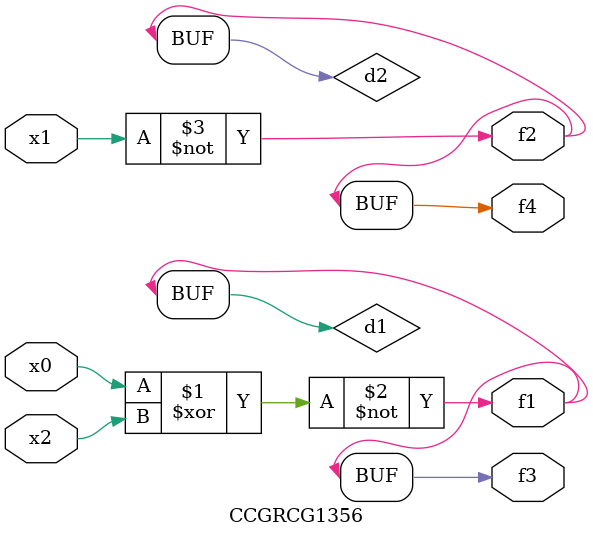
<source format=v>
module CCGRCG1356(
	input x0, x1, x2,
	output f1, f2, f3, f4
);

	wire d1, d2, d3;

	xnor (d1, x0, x2);
	nand (d2, x1);
	nor (d3, x1, x2);
	assign f1 = d1;
	assign f2 = d2;
	assign f3 = d1;
	assign f4 = d2;
endmodule

</source>
